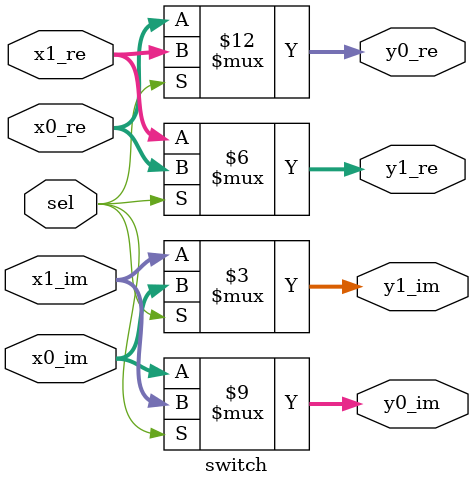
<source format=v>

module switch (
    input                   sel,        // Control: 0 = pass-through, 1 = swap
    input      signed [15:0] x0_re,     // Input complex sample 0 (real part)
    input      signed [15:0] x0_im,     // Input complex sample 0 (imaginary part)
    input      signed [15:0] x1_re,     // Input complex sample 1 (real part)
    input      signed [15:0] x1_im,     // Input complex sample 1 (imaginary part)
    output reg signed [15:0] y0_re,     // Output sample 0 (real)
    output reg signed [15:0] y0_im,     // Output sample 0 (imaginary)
    output reg signed [15:0] y1_re,     // Output sample 1 (real)
    output reg signed [15:0] y1_im      // Output sample 1 (imaginary)
);

    // Combinational logic: no clock, no reset
    // When sel=0: y0 <= x0, y1 <= x1  (no swap)
    // When sel=1: y0 <= x1, y1 <= x0  (swap inputs)
    always @(*) begin
        if (sel) begin
            y0_re = x1_re;
            y0_im = x1_im;
            y1_re = x0_re;
            y1_im = x0_im;
        end else begin
            y0_re = x0_re;
            y0_im = x0_im;
            y1_re = x1_re;
            y1_im = x1_im;
        end
    end

endmodule
</source>
